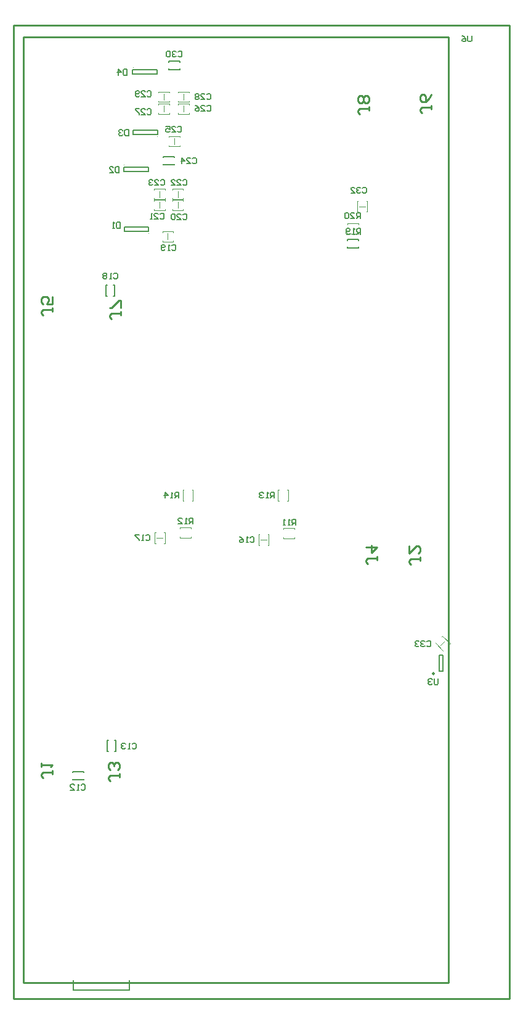
<source format=gbo>
G04*
G04 #@! TF.GenerationSoftware,Altium Limited,Altium Designer,18.0.7 (293)*
G04*
G04 Layer_Color=32896*
%FSLAX25Y25*%
%MOIN*%
G70*
G01*
G75*
%ADD11C,0.00984*%
%ADD12C,0.01000*%
%ADD13C,0.00591*%
%ADD14C,0.00787*%
%ADD15C,0.00500*%
%ADD16C,0.00315*%
%ADD79C,0.00394*%
D11*
X227760Y175688D02*
G03*
X227760Y175688I-492J0D01*
G01*
D12*
X5500Y519500D02*
X235500D01*
Y8500D02*
Y519500D01*
X5500Y8500D02*
X235500D01*
X5500D02*
Y519500D01*
X268500Y0D02*
Y526000D01*
X0Y526000D02*
X268500D01*
X0Y0D02*
Y526000D01*
Y0D02*
X268500D01*
X21177Y123162D02*
Y121162D01*
Y122162D01*
X16178D01*
X15179Y121162D01*
Y120163D01*
X16178Y119163D01*
X15179Y125161D02*
Y127160D01*
Y126161D01*
X21177D01*
X20177Y125161D01*
X57496Y121784D02*
Y119784D01*
Y120784D01*
X52497D01*
X51498Y119784D01*
Y118785D01*
X52497Y117785D01*
X56496Y123783D02*
X57496Y124783D01*
Y126782D01*
X56496Y127782D01*
X55496D01*
X54497Y126782D01*
Y125783D01*
Y126782D01*
X53497Y127782D01*
X52497D01*
X51498Y126782D01*
Y124783D01*
X52497Y123783D01*
X58098Y371299D02*
Y369299D01*
Y370299D01*
X53100D01*
X52100Y369299D01*
Y368300D01*
X53100Y367300D01*
X58098Y373298D02*
Y377297D01*
X57098D01*
X53100Y373298D01*
X52100D01*
X21177Y373162D02*
Y371162D01*
Y372162D01*
X16178D01*
X15179Y371162D01*
Y370163D01*
X16178Y369163D01*
X21177Y379160D02*
Y375161D01*
X18178D01*
X19177Y377160D01*
Y378160D01*
X18178Y379160D01*
X16178D01*
X15179Y378160D01*
Y376161D01*
X16178Y375161D01*
X226098Y482512D02*
Y480513D01*
Y481512D01*
X221100D01*
X220100Y480513D01*
Y479513D01*
X221100Y478513D01*
X226098Y488510D02*
X225098Y486511D01*
X223099Y484512D01*
X221100D01*
X220100Y485511D01*
Y487510D01*
X221100Y488510D01*
X222099D01*
X223099Y487510D01*
Y484512D01*
X192437Y481922D02*
Y479922D01*
Y480922D01*
X187438D01*
X186439Y479922D01*
Y478923D01*
X187438Y477923D01*
X191437Y483921D02*
X192437Y484921D01*
Y486920D01*
X191437Y487920D01*
X190437D01*
X189438Y486920D01*
X188438Y487920D01*
X187438D01*
X186439Y486920D01*
Y484921D01*
X187438Y483921D01*
X188438D01*
X189438Y484921D01*
X190437Y483921D01*
X191437D01*
X189438Y484921D02*
Y486920D01*
X196798Y239099D02*
Y237099D01*
Y238099D01*
X191800D01*
X190800Y237099D01*
Y236100D01*
X191800Y235100D01*
X190800Y244097D02*
X196798D01*
X193799Y241098D01*
Y245097D01*
X220098Y238799D02*
Y236799D01*
Y237799D01*
X215100D01*
X214100Y236799D01*
Y235800D01*
X215100Y234800D01*
X214100Y244797D02*
Y240798D01*
X218099Y244797D01*
X219098D01*
X220098Y243797D01*
Y241798D01*
X219098Y240798D01*
D13*
X62657Y4569D02*
Y10080D01*
X32342Y4569D02*
X62657D01*
X32342D02*
Y10080D01*
X187700Y421600D02*
Y424749D01*
X186126D01*
X185601Y424224D01*
Y423174D01*
X186126Y422649D01*
X187700D01*
X186651D02*
X185601Y421600D01*
X182452D02*
X184551D01*
X182452Y423699D01*
Y424224D01*
X182977Y424749D01*
X184027D01*
X184551Y424224D01*
X181403D02*
X180878Y424749D01*
X179829D01*
X179304Y424224D01*
Y422125D01*
X179829Y421600D01*
X180878D01*
X181403Y422125D01*
Y424224D01*
X187900Y413100D02*
Y416249D01*
X186326D01*
X185801Y415724D01*
Y414674D01*
X186326Y414150D01*
X187900D01*
X186851D02*
X185801Y413100D01*
X184751D02*
X183702D01*
X184227D01*
Y416249D01*
X184751Y415724D01*
X182128Y413625D02*
X181603Y413100D01*
X180553D01*
X180028Y413625D01*
Y415724D01*
X180553Y416249D01*
X181603D01*
X182128Y415724D01*
Y415199D01*
X181603Y414674D01*
X180028D01*
X223701Y192824D02*
X224226Y193349D01*
X225275D01*
X225800Y192824D01*
Y190725D01*
X225275Y190200D01*
X224226D01*
X223701Y190725D01*
X222651Y192824D02*
X222127Y193349D01*
X221077D01*
X220552Y192824D01*
Y192299D01*
X221077Y191774D01*
X221602D01*
X221077D01*
X220552Y191250D01*
Y190725D01*
X221077Y190200D01*
X222127D01*
X222651Y190725D01*
X219503Y192824D02*
X218978Y193349D01*
X217929D01*
X217404Y192824D01*
Y192299D01*
X217929Y191774D01*
X218453D01*
X217929D01*
X217404Y191250D01*
Y190725D01*
X217929Y190200D01*
X218978D01*
X219503Y190725D01*
X188901Y437924D02*
X189426Y438449D01*
X190475D01*
X191000Y437924D01*
Y435825D01*
X190475Y435300D01*
X189426D01*
X188901Y435825D01*
X187851Y437924D02*
X187327Y438449D01*
X186277D01*
X185752Y437924D01*
Y437399D01*
X186277Y436874D01*
X186802D01*
X186277D01*
X185752Y436349D01*
Y435825D01*
X186277Y435300D01*
X187327D01*
X187851Y435825D01*
X182604Y435300D02*
X184703D01*
X182604Y437399D01*
Y437924D01*
X183128Y438449D01*
X184178D01*
X184703Y437924D01*
X54201Y391624D02*
X54726Y392149D01*
X55775D01*
X56300Y391624D01*
Y389525D01*
X55775Y389000D01*
X54726D01*
X54201Y389525D01*
X53151Y389000D02*
X52102D01*
X52627D01*
Y392149D01*
X53151Y391624D01*
X50528D02*
X50003Y392149D01*
X48953D01*
X48428Y391624D01*
Y391099D01*
X48953Y390574D01*
X48428Y390050D01*
Y389525D01*
X48953Y389000D01*
X50003D01*
X50528Y389525D01*
Y390050D01*
X50003Y390574D01*
X50528Y391099D01*
Y391624D01*
X50003Y390574D02*
X48953D01*
X64301Y137624D02*
X64826Y138149D01*
X65875D01*
X66400Y137624D01*
Y135525D01*
X65875Y135000D01*
X64826D01*
X64301Y135525D01*
X63251Y135000D02*
X62202D01*
X62727D01*
Y138149D01*
X63251Y137624D01*
X60628D02*
X60103Y138149D01*
X59053D01*
X58529Y137624D01*
Y137099D01*
X59053Y136574D01*
X59578D01*
X59053D01*
X58529Y136049D01*
Y135525D01*
X59053Y135000D01*
X60103D01*
X60628Y135525D01*
X36601Y115324D02*
X37126Y115849D01*
X38175D01*
X38700Y115324D01*
Y113225D01*
X38175Y112700D01*
X37126D01*
X36601Y113225D01*
X35551Y112700D02*
X34502D01*
X35027D01*
Y115849D01*
X35551Y115324D01*
X30828Y112700D02*
X32928D01*
X30828Y114799D01*
Y115324D01*
X31353Y115849D01*
X32403D01*
X32928Y115324D01*
X229800Y172849D02*
Y170225D01*
X229275Y169700D01*
X228226D01*
X227701Y170225D01*
Y172849D01*
X226651Y172324D02*
X226127Y172849D01*
X225077D01*
X224552Y172324D01*
Y171799D01*
X225077Y171274D01*
X225602D01*
X225077D01*
X224552Y170749D01*
Y170225D01*
X225077Y169700D01*
X226127D01*
X226651Y170225D01*
X248000Y520349D02*
Y517725D01*
X247475Y517200D01*
X246426D01*
X245901Y517725D01*
Y520349D01*
X242752D02*
X243802Y519824D01*
X244851Y518774D01*
Y517725D01*
X244327Y517200D01*
X243277D01*
X242752Y517725D01*
Y518250D01*
X243277Y518774D01*
X244851D01*
X152800Y255900D02*
Y259049D01*
X151226D01*
X150701Y258524D01*
Y257474D01*
X151226Y256949D01*
X152800D01*
X151751D02*
X150701Y255900D01*
X149651D02*
X148602D01*
X149127D01*
Y259049D01*
X149651Y258524D01*
X147028Y255900D02*
X145978D01*
X146503D01*
Y259049D01*
X147028Y258524D01*
X97100Y256600D02*
Y259749D01*
X95526D01*
X95001Y259224D01*
Y258174D01*
X95526Y257649D01*
X97100D01*
X96051D02*
X95001Y256600D01*
X93951D02*
X92902D01*
X93427D01*
Y259749D01*
X93951Y259224D01*
X89228Y256600D02*
X91328D01*
X89228Y258699D01*
Y259224D01*
X89753Y259749D01*
X90803D01*
X91328Y259224D01*
X141100Y270500D02*
Y273649D01*
X139526D01*
X139001Y273124D01*
Y272074D01*
X139526Y271550D01*
X141100D01*
X140050D02*
X139001Y270500D01*
X137951D02*
X136902D01*
X137427D01*
Y273649D01*
X137951Y273124D01*
X135328D02*
X134803Y273649D01*
X133753D01*
X133229Y273124D01*
Y272599D01*
X133753Y272074D01*
X134278D01*
X133753D01*
X133229Y271550D01*
Y271025D01*
X133753Y270500D01*
X134803D01*
X135328Y271025D01*
X89400Y270500D02*
Y273649D01*
X87826D01*
X87301Y273124D01*
Y272074D01*
X87826Y271550D01*
X89400D01*
X88350D02*
X87301Y270500D01*
X86251D02*
X85202D01*
X85727D01*
Y273649D01*
X86251Y273124D01*
X82053Y270500D02*
Y273649D01*
X83628Y272074D01*
X81529D01*
X57800Y419549D02*
Y416400D01*
X56226D01*
X55701Y416925D01*
Y419024D01*
X56226Y419549D01*
X57800D01*
X54651Y416400D02*
X53602D01*
X54127D01*
Y419549D01*
X54651Y419024D01*
X57200Y449549D02*
Y446400D01*
X55626D01*
X55101Y446925D01*
Y449024D01*
X55626Y449549D01*
X57200D01*
X51952Y446400D02*
X54051D01*
X51952Y448499D01*
Y449024D01*
X52477Y449549D01*
X53527D01*
X54051Y449024D01*
X62300Y469549D02*
Y466400D01*
X60726D01*
X60201Y466925D01*
Y469024D01*
X60726Y469549D01*
X62300D01*
X59151Y469024D02*
X58627Y469549D01*
X57577D01*
X57052Y469024D01*
Y468499D01*
X57577Y467974D01*
X58102D01*
X57577D01*
X57052Y467450D01*
Y466925D01*
X57577Y466400D01*
X58627D01*
X59151Y466925D01*
X61500Y502249D02*
Y499100D01*
X59926D01*
X59401Y499625D01*
Y501724D01*
X59926Y502249D01*
X61500D01*
X56777Y499100D02*
Y502249D01*
X58351Y500674D01*
X56252D01*
X128101Y249124D02*
X128626Y249649D01*
X129675D01*
X130200Y249124D01*
Y247025D01*
X129675Y246500D01*
X128626D01*
X128101Y247025D01*
X127051Y246500D02*
X126002D01*
X126527D01*
Y249649D01*
X127051Y249124D01*
X122328Y249649D02*
X123378Y249124D01*
X124428Y248074D01*
Y247025D01*
X123903Y246500D01*
X122853D01*
X122328Y247025D01*
Y247550D01*
X122853Y248074D01*
X124428D01*
X71601Y250224D02*
X72126Y250749D01*
X73175D01*
X73700Y250224D01*
Y248125D01*
X73175Y247600D01*
X72126D01*
X71601Y248125D01*
X70551Y247600D02*
X69502D01*
X70027D01*
Y250749D01*
X70551Y250224D01*
X67928Y250749D02*
X65829D01*
Y250224D01*
X67928Y248125D01*
Y247600D01*
X85701Y406924D02*
X86226Y407449D01*
X87275D01*
X87800Y406924D01*
Y404825D01*
X87275Y404300D01*
X86226D01*
X85701Y404825D01*
X84651Y404300D02*
X83602D01*
X84127D01*
Y407449D01*
X84651Y406924D01*
X82028Y404825D02*
X81503Y404300D01*
X80453D01*
X79928Y404825D01*
Y406924D01*
X80453Y407449D01*
X81503D01*
X82028Y406924D01*
Y406399D01*
X81503Y405874D01*
X79928D01*
X96901Y453824D02*
X97426Y454349D01*
X98475D01*
X99000Y453824D01*
Y451725D01*
X98475Y451200D01*
X97426D01*
X96901Y451725D01*
X93752Y451200D02*
X95851D01*
X93752Y453299D01*
Y453824D01*
X94277Y454349D01*
X95327D01*
X95851Y453824D01*
X91128Y451200D02*
Y454349D01*
X92703Y452774D01*
X90604D01*
X91701Y442124D02*
X92226Y442649D01*
X93275D01*
X93800Y442124D01*
Y440025D01*
X93275Y439500D01*
X92226D01*
X91701Y440025D01*
X88552Y439500D02*
X90651D01*
X88552Y441599D01*
Y442124D01*
X89077Y442649D01*
X90127D01*
X90651Y442124D01*
X85404Y439500D02*
X87503D01*
X85404Y441599D01*
Y442124D01*
X85928Y442649D01*
X86978D01*
X87503Y442124D01*
X79601D02*
X80126Y442649D01*
X81175D01*
X81700Y442124D01*
Y440025D01*
X81175Y439500D01*
X80126D01*
X79601Y440025D01*
X76452Y439500D02*
X78551D01*
X76452Y441599D01*
Y442124D01*
X76977Y442649D01*
X78027D01*
X78551Y442124D01*
X75403D02*
X74878Y442649D01*
X73829D01*
X73304Y442124D01*
Y441599D01*
X73829Y441074D01*
X74353D01*
X73829D01*
X73304Y440550D01*
Y440025D01*
X73829Y439500D01*
X74878D01*
X75403Y440025D01*
X91701Y423624D02*
X92226Y424149D01*
X93275D01*
X93800Y423624D01*
Y421525D01*
X93275Y421000D01*
X92226D01*
X91701Y421525D01*
X88552Y421000D02*
X90651D01*
X88552Y423099D01*
Y423624D01*
X89077Y424149D01*
X90127D01*
X90651Y423624D01*
X87503D02*
X86978Y424149D01*
X85928D01*
X85404Y423624D01*
Y421525D01*
X85928Y421000D01*
X86978D01*
X87503Y421525D01*
Y423624D01*
X79401Y423824D02*
X79926Y424349D01*
X80975D01*
X81500Y423824D01*
Y421725D01*
X80975Y421200D01*
X79926D01*
X79401Y421725D01*
X76252Y421200D02*
X78351D01*
X76252Y423299D01*
Y423824D01*
X76777Y424349D01*
X77827D01*
X78351Y423824D01*
X75203Y421200D02*
X74153D01*
X74678D01*
Y424349D01*
X75203Y423824D01*
X88801Y470824D02*
X89326Y471349D01*
X90375D01*
X90900Y470824D01*
Y468725D01*
X90375Y468200D01*
X89326D01*
X88801Y468725D01*
X85652Y468200D02*
X87751D01*
X85652Y470299D01*
Y470824D01*
X86177Y471349D01*
X87227D01*
X87751Y470824D01*
X82504Y471349D02*
X84603D01*
Y469774D01*
X83553Y470299D01*
X83029D01*
X82504Y469774D01*
Y468725D01*
X83029Y468200D01*
X84078D01*
X84603Y468725D01*
X89101Y511524D02*
X89626Y512049D01*
X90675D01*
X91200Y511524D01*
Y509425D01*
X90675Y508900D01*
X89626D01*
X89101Y509425D01*
X88051Y511524D02*
X87527Y512049D01*
X86477D01*
X85952Y511524D01*
Y510999D01*
X86477Y510474D01*
X87002D01*
X86477D01*
X85952Y509949D01*
Y509425D01*
X86477Y508900D01*
X87527D01*
X88051Y509425D01*
X84903Y511524D02*
X84378Y512049D01*
X83328D01*
X82804Y511524D01*
Y509425D01*
X83328Y508900D01*
X84378D01*
X84903Y509425D01*
Y511524D01*
X104601Y488524D02*
X105126Y489049D01*
X106175D01*
X106700Y488524D01*
Y486425D01*
X106175Y485900D01*
X105126D01*
X104601Y486425D01*
X101452Y485900D02*
X103551D01*
X101452Y487999D01*
Y488524D01*
X101977Y489049D01*
X103027D01*
X103551Y488524D01*
X100403D02*
X99878Y489049D01*
X98829D01*
X98304Y488524D01*
Y487999D01*
X98829Y487474D01*
X98304Y486949D01*
Y486425D01*
X98829Y485900D01*
X99878D01*
X100403Y486425D01*
Y486949D01*
X99878Y487474D01*
X100403Y487999D01*
Y488524D01*
X99878Y487474D02*
X98829D01*
X72401Y490024D02*
X72926Y490549D01*
X73975D01*
X74500Y490024D01*
Y487925D01*
X73975Y487400D01*
X72926D01*
X72401Y487925D01*
X69252Y487400D02*
X71351D01*
X69252Y489499D01*
Y490024D01*
X69777Y490549D01*
X70827D01*
X71351Y490024D01*
X68203Y487925D02*
X67678Y487400D01*
X66628D01*
X66104Y487925D01*
Y490024D01*
X66628Y490549D01*
X67678D01*
X68203Y490024D01*
Y489499D01*
X67678Y488974D01*
X66104D01*
X104701Y482224D02*
X105226Y482749D01*
X106275D01*
X106800Y482224D01*
Y480125D01*
X106275Y479600D01*
X105226D01*
X104701Y480125D01*
X101552Y479600D02*
X103651D01*
X101552Y481699D01*
Y482224D01*
X102077Y482749D01*
X103127D01*
X103651Y482224D01*
X98404Y482749D02*
X99453Y482224D01*
X100503Y481174D01*
Y480125D01*
X99978Y479600D01*
X98928D01*
X98404Y480125D01*
Y480650D01*
X98928Y481174D01*
X100503D01*
X72401Y480324D02*
X72926Y480849D01*
X73975D01*
X74500Y480324D01*
Y478225D01*
X73975Y477700D01*
X72926D01*
X72401Y478225D01*
X69252Y477700D02*
X71351D01*
X69252Y479799D01*
Y480324D01*
X69777Y480849D01*
X70827D01*
X71351Y480324D01*
X68203Y480849D02*
X66104D01*
Y480324D01*
X68203Y478225D01*
Y477700D01*
D14*
X230516Y176869D02*
Y185531D01*
X232484Y176869D02*
Y185531D01*
X230516Y176869D02*
X232484Y176869D01*
X230516Y185531D02*
X232484D01*
X60004Y414780D02*
X73193D01*
X60004D02*
Y416946D01*
X73193D01*
Y414780D02*
Y416946D01*
X59807Y449320D02*
X72996D01*
Y447154D02*
Y449320D01*
X59807Y447154D02*
X72996D01*
X59807D02*
Y449320D01*
X64764Y467154D02*
X77953D01*
X64764D02*
Y469320D01*
X77953D01*
Y467154D02*
Y469320D01*
X64567Y501946D02*
X77756D01*
Y499780D02*
Y501946D01*
X64567Y499780D02*
X77756D01*
X64567D02*
Y501946D01*
D15*
X180600Y410300D02*
X186600Y410300D01*
Y409700D02*
Y410300D01*
X180600Y410300D02*
X180600Y409700D01*
X180600Y405700D02*
X186600Y405700D01*
Y406300D01*
X180600Y405700D02*
X180600Y406300D01*
X38000Y122200D02*
Y122800D01*
X32000Y122200D02*
Y122800D01*
X38000D01*
Y118200D02*
Y118800D01*
X32000Y118200D02*
Y118800D01*
Y118200D02*
X38000D01*
X54700Y133500D02*
X55300D01*
X54700Y139500D02*
X55300D01*
Y133500D02*
Y139500D01*
X50700Y133500D02*
X51300D01*
X50700Y139500D02*
X51300D01*
X50700Y133500D02*
Y139500D01*
X54200Y379500D02*
X54800D01*
X54200Y385500D02*
X54800D01*
Y379500D02*
Y385500D01*
X50200Y379500D02*
X50800D01*
X50200Y385500D02*
X50800D01*
X50200Y379500D02*
Y385500D01*
X81000Y450500D02*
X87000D01*
X81000D02*
Y451100D01*
X87000Y450500D02*
Y451100D01*
X81000Y455100D02*
X87000D01*
X81000Y454500D02*
Y455100D01*
X87000Y454500D02*
Y455100D01*
X84000Y502000D02*
X90000D01*
X84000D02*
Y502600D01*
X90000Y502000D02*
Y502600D01*
X84000Y506600D02*
X90000D01*
X84000Y506000D02*
Y506600D01*
X90000Y506000D02*
Y506600D01*
D16*
X231135Y190859D02*
X233502Y193226D01*
X232249Y196149D02*
X236424Y191973D01*
X236063Y191611D02*
X236424Y191973D01*
X231887Y195787D02*
X232249Y196149D01*
X232527Y188075D02*
X232889Y188437D01*
X228351Y192251D02*
X228713Y192613D01*
X228351Y192251D02*
X232527Y188075D01*
X78500Y483556D02*
X84405D01*
X84405Y483044D02*
X84405Y483556D01*
X78500Y483044D02*
Y483556D01*
X84405Y478044D02*
Y478556D01*
X78500Y478044D02*
X78500Y478556D01*
X78500Y478044D02*
X84405D01*
X81453Y479225D02*
X81453Y482572D01*
X180795Y413344D02*
X186700D01*
X180795D02*
X180795Y413856D01*
X186700D02*
X186700Y413344D01*
X180795Y418856D02*
X180795Y418344D01*
X186700D02*
X186700Y418856D01*
X180795D02*
X186700D01*
X191456Y425200D02*
Y431106D01*
X190944Y425200D02*
X191456Y425200D01*
X190944Y431106D02*
X191456Y431106D01*
X185944Y425200D02*
X186456Y425200D01*
X185944Y431106D02*
X186456Y431106D01*
X185944Y425200D02*
Y431106D01*
X187125Y428153D02*
X190472Y428153D01*
X77528Y248953D02*
X80875Y248953D01*
X82056Y246000D02*
Y251905D01*
X81544Y246000D02*
X82056Y246000D01*
X81544Y251905D02*
X82056D01*
X76544Y246000D02*
X77056D01*
X76544Y251905D02*
X77056Y251905D01*
X76544Y246000D02*
Y251905D01*
X90100Y249144D02*
X96005D01*
X90100D02*
X90100Y249656D01*
X96005Y249144D02*
Y249656D01*
X90100Y254144D02*
Y254656D01*
X96005Y254144D02*
X96005Y254656D01*
X90100D02*
X96005D01*
X133609Y248047D02*
X136956Y248047D01*
X138137Y245094D02*
Y251000D01*
X137625Y245094D02*
X138137Y245094D01*
X137625Y251000D02*
X138137Y251000D01*
X132625Y245094D02*
X133137Y245094D01*
X132625Y251000D02*
X133137Y251000D01*
X132625Y245094D02*
Y251000D01*
X146200Y248744D02*
X152105D01*
X146200D02*
X146200Y249256D01*
X152105Y248744D02*
Y249256D01*
X146200Y253744D02*
Y254256D01*
X152105Y253744D02*
X152105Y254256D01*
X146200D02*
X152105D01*
X97256Y269000D02*
Y274905D01*
X96744Y269000D02*
X97256Y269000D01*
X96744Y274905D02*
X97256D01*
X91744Y269000D02*
X92256D01*
X91744Y274905D02*
X92256Y274905D01*
X91744Y269000D02*
Y274905D01*
X148756Y269000D02*
Y274905D01*
X148244Y269000D02*
X148756Y269000D01*
X148244Y274905D02*
X148756D01*
X143244Y269000D02*
X143756D01*
X143244Y274905D02*
X143756Y274905D01*
X143244Y269000D02*
Y274905D01*
X80594Y414556D02*
X86500D01*
X86500Y414044D02*
X86500Y414556D01*
X80594Y414044D02*
Y414556D01*
X86500Y409044D02*
Y409556D01*
X80594Y409044D02*
X80594Y409556D01*
X80594Y409044D02*
X86500D01*
X83547Y410225D02*
X83547Y413572D01*
X76095Y431556D02*
X82000D01*
X82000Y431044D02*
X82000Y431556D01*
X76095Y431044D02*
Y431556D01*
X82000Y426044D02*
Y426556D01*
X76095Y426044D02*
X76095Y426556D01*
X76095Y426044D02*
X82000D01*
X79047Y427225D02*
X79047Y430572D01*
X86000Y431556D02*
X91905D01*
X91905Y431044D02*
X91905Y431556D01*
X86000Y431044D02*
Y431556D01*
X91905Y426044D02*
Y426556D01*
X86000Y426044D02*
X86000Y426556D01*
X86000Y426044D02*
X91905D01*
X88952Y427225D02*
X88953Y430572D01*
X76095Y432044D02*
X82000D01*
X76095D02*
X76095Y432556D01*
X82000Y432044D02*
Y432556D01*
X76095Y437044D02*
Y437556D01*
X82000Y437044D02*
X82000Y437556D01*
X76095D02*
X82000D01*
X79047Y433028D02*
X79048Y436375D01*
X86000Y432044D02*
X91905D01*
X86000D02*
X86000Y432556D01*
X91905Y432044D02*
Y432556D01*
X86000Y437044D02*
Y437556D01*
X91905Y437044D02*
X91905Y437556D01*
X86000D02*
X91905D01*
X88953Y433028D02*
X88953Y436375D01*
X84095Y466056D02*
X90000D01*
X90000Y465544D02*
X90000Y466056D01*
X84095Y465544D02*
Y466056D01*
X90000Y460544D02*
Y461056D01*
X84095Y460544D02*
X84095Y461056D01*
X84095Y460544D02*
X90000D01*
X87047Y461725D02*
X87047Y465072D01*
X89095Y483556D02*
X95000D01*
X95000Y483044D02*
X95000Y483556D01*
X89095Y483044D02*
Y483556D01*
X95000Y478044D02*
Y478556D01*
X89095Y478044D02*
X89095Y478556D01*
X89095Y478044D02*
X95000D01*
X92047Y479225D02*
X92047Y482572D01*
X78500Y484544D02*
X84405D01*
X78500D02*
X78500Y485056D01*
X84405Y484544D02*
Y485056D01*
X78500Y489544D02*
Y490056D01*
X84405Y489544D02*
X84405Y490056D01*
X78500D02*
X84405D01*
X81453Y485528D02*
X81453Y488875D01*
X89095Y484544D02*
X95000D01*
X89095D02*
X89095Y485056D01*
X95000Y484544D02*
Y485056D01*
X89095Y489544D02*
Y490056D01*
X95000Y489544D02*
X95000Y490056D01*
X89095D02*
X95000D01*
X92047Y485528D02*
X92048Y488875D01*
D79*
X73315Y413568D02*
G03*
X73315Y413568I-197J0D01*
G01*
X60079Y450532D02*
G03*
X60079Y450532I-197J0D01*
G01*
X78075Y465942D02*
G03*
X78075Y465942I-197J0D01*
G01*
X64839Y503158D02*
G03*
X64839Y503158I-197J0D01*
G01*
M02*

</source>
